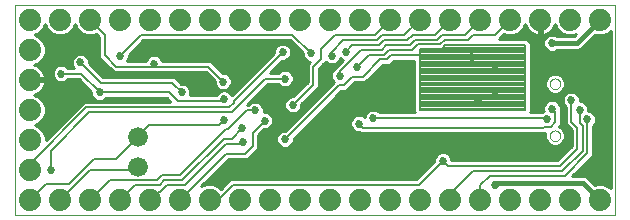
<source format=gbl>
G75*
G70*
%OFA0B0*%
%FSLAX24Y24*%
%IPPOS*%
%LPD*%
%AMOC8*
5,1,8,0,0,1.08239X$1,22.5*
%
%ADD10C,0.0000*%
%ADD11C,0.0660*%
%ADD12C,0.0740*%
%ADD13C,0.0080*%
%ADD14C,0.0270*%
%ADD15C,0.0100*%
%ADD16C,0.0160*%
D10*
X001050Y000150D02*
X001050Y007150D01*
X021050Y007150D01*
X021050Y000150D01*
X001050Y000150D01*
X018873Y002784D02*
X018875Y002810D01*
X018881Y002836D01*
X018891Y002861D01*
X018904Y002884D01*
X018920Y002904D01*
X018940Y002922D01*
X018962Y002937D01*
X018985Y002949D01*
X019011Y002957D01*
X019037Y002961D01*
X019063Y002961D01*
X019089Y002957D01*
X019115Y002949D01*
X019139Y002937D01*
X019160Y002922D01*
X019180Y002904D01*
X019196Y002884D01*
X019209Y002861D01*
X019219Y002836D01*
X019225Y002810D01*
X019227Y002784D01*
X019225Y002758D01*
X019219Y002732D01*
X019209Y002707D01*
X019196Y002684D01*
X019180Y002664D01*
X019160Y002646D01*
X019138Y002631D01*
X019115Y002619D01*
X019089Y002611D01*
X019063Y002607D01*
X019037Y002607D01*
X019011Y002611D01*
X018985Y002619D01*
X018961Y002631D01*
X018940Y002646D01*
X018920Y002664D01*
X018904Y002684D01*
X018891Y002707D01*
X018881Y002732D01*
X018875Y002758D01*
X018873Y002784D01*
X018873Y004516D02*
X018875Y004542D01*
X018881Y004568D01*
X018891Y004593D01*
X018904Y004616D01*
X018920Y004636D01*
X018940Y004654D01*
X018962Y004669D01*
X018985Y004681D01*
X019011Y004689D01*
X019037Y004693D01*
X019063Y004693D01*
X019089Y004689D01*
X019115Y004681D01*
X019139Y004669D01*
X019160Y004654D01*
X019180Y004636D01*
X019196Y004616D01*
X019209Y004593D01*
X019219Y004568D01*
X019225Y004542D01*
X019227Y004516D01*
X019225Y004490D01*
X019219Y004464D01*
X019209Y004439D01*
X019196Y004416D01*
X019180Y004396D01*
X019160Y004378D01*
X019138Y004363D01*
X019115Y004351D01*
X019089Y004343D01*
X019063Y004339D01*
X019037Y004339D01*
X019011Y004343D01*
X018985Y004351D01*
X018961Y004363D01*
X018940Y004378D01*
X018920Y004396D01*
X018904Y004416D01*
X018891Y004439D01*
X018881Y004464D01*
X018875Y004490D01*
X018873Y004516D01*
D11*
X005150Y002750D03*
X005150Y001750D03*
D12*
X005550Y000650D03*
X006550Y000650D03*
X007550Y000650D03*
X008550Y000650D03*
X009550Y000650D03*
X010550Y000650D03*
X011550Y000650D03*
X012550Y000650D03*
X013550Y000650D03*
X014550Y000650D03*
X015550Y000650D03*
X016550Y000650D03*
X017550Y000650D03*
X018550Y000650D03*
X019550Y000650D03*
X020550Y000650D03*
X004550Y000650D03*
X003550Y000650D03*
X002550Y000650D03*
X001550Y000650D03*
X001550Y001650D03*
X001550Y002650D03*
X001550Y003650D03*
X001550Y004650D03*
X001550Y005650D03*
X001550Y006650D03*
X002550Y006650D03*
X003550Y006650D03*
X004550Y006650D03*
X005550Y006650D03*
X006550Y006650D03*
X007550Y006650D03*
X008550Y006650D03*
X009550Y006650D03*
X010550Y006650D03*
X011550Y006650D03*
X012550Y006650D03*
X013550Y006650D03*
X014550Y006650D03*
X015550Y006650D03*
X016550Y006650D03*
X017550Y006650D03*
X018550Y006650D03*
X019550Y006650D03*
X020550Y006650D03*
D13*
X018050Y005810D02*
X018050Y003650D01*
X014550Y003650D01*
X014550Y005690D01*
X015268Y005690D01*
X015388Y005810D01*
X018050Y005810D01*
X018050Y005802D02*
X015380Y005802D01*
X015302Y005724D02*
X018050Y005724D01*
X018050Y005645D02*
X014550Y005645D01*
X014550Y005567D02*
X018050Y005567D01*
X018050Y005488D02*
X014550Y005488D01*
X014550Y005410D02*
X018050Y005410D01*
X018050Y005331D02*
X014550Y005331D01*
X014670Y005470D02*
X014690Y005490D01*
X014670Y005470D02*
X013590Y005470D01*
X013450Y005330D01*
X013230Y005330D01*
X012650Y004750D01*
X012290Y004750D01*
X012010Y004470D01*
X011850Y004470D01*
X010050Y002670D01*
X009370Y003290D02*
X008970Y002890D01*
X008970Y002430D01*
X008730Y002190D01*
X008090Y002190D01*
X006550Y000650D01*
X006130Y001150D02*
X005890Y000910D01*
X005810Y000910D01*
X005550Y000650D01*
X005050Y001150D02*
X004550Y000650D01*
X004210Y001310D02*
X003550Y000650D01*
X002550Y000650D02*
X003550Y001650D01*
X005050Y001650D01*
X005150Y001750D01*
X005790Y001310D02*
X005950Y001470D01*
X006550Y001470D01*
X008090Y003010D01*
X008150Y003010D01*
X008770Y003630D01*
X009050Y003630D01*
X008270Y003570D02*
X009390Y004690D01*
X010050Y004690D01*
X010310Y003810D02*
X010990Y004490D01*
X010990Y005090D01*
X011250Y005350D01*
X011250Y005690D01*
X011710Y006150D01*
X013050Y006150D01*
X013550Y006650D01*
X014030Y006130D02*
X014550Y006650D01*
X015050Y006150D02*
X015550Y006650D01*
X016050Y006150D02*
X016550Y006650D01*
X017050Y006150D02*
X017550Y006650D01*
X017050Y006150D02*
X016310Y006150D01*
X016150Y005990D01*
X015370Y005990D01*
X015210Y005830D01*
X014470Y005830D01*
X014290Y005650D01*
X013510Y005650D01*
X013350Y005490D01*
X012850Y005490D01*
X012450Y005090D01*
X012590Y005650D02*
X011870Y004930D01*
X011870Y004790D01*
X011610Y005450D02*
X011610Y005590D01*
X011990Y005970D01*
X013110Y005970D01*
X013270Y006130D01*
X014030Y006130D01*
X014130Y005970D02*
X014310Y006150D01*
X015050Y006150D01*
X015130Y005990D02*
X015290Y006150D01*
X016050Y006150D01*
X015130Y005990D02*
X014390Y005990D01*
X014210Y005810D01*
X013430Y005810D01*
X013270Y005650D01*
X012590Y005650D01*
X012290Y005810D02*
X013190Y005810D01*
X013350Y005970D01*
X014130Y005970D01*
X012290Y005810D02*
X012070Y005590D01*
X010930Y005530D02*
X010910Y005530D01*
X010290Y006150D01*
X005250Y006150D01*
X004550Y005450D01*
X004430Y005090D02*
X004050Y005470D01*
X004050Y006150D01*
X003550Y006650D01*
X003230Y005230D02*
X003910Y004550D01*
X006290Y004550D01*
X006610Y004230D01*
X006470Y003950D02*
X006190Y004230D01*
X003870Y004230D01*
X003250Y004850D01*
X002590Y004850D01*
X004430Y005090D02*
X005696Y005090D01*
X005696Y005184D01*
X005690Y005190D01*
X005696Y005090D02*
X007490Y005090D01*
X007990Y004590D01*
X008010Y004010D02*
X007950Y003950D01*
X006470Y003950D01*
X008190Y003730D02*
X008350Y003890D01*
X008350Y003950D01*
X009970Y005570D01*
X009710Y004270D02*
X009710Y004170D01*
X008190Y003730D02*
X003430Y003730D01*
X001550Y001850D01*
X001550Y001650D01*
X002250Y001630D02*
X002250Y002290D01*
X003530Y003570D01*
X008270Y003570D01*
X008030Y003310D02*
X007850Y003130D01*
X005530Y003130D01*
X005150Y002750D01*
X004410Y002010D01*
X003670Y002010D01*
X002850Y001190D01*
X002090Y001190D01*
X001550Y000650D01*
X004210Y001310D02*
X005790Y001310D01*
X005870Y001150D02*
X006030Y001310D01*
X006630Y001310D01*
X008010Y002690D01*
X008270Y002690D01*
X008630Y003050D01*
X008650Y002590D02*
X008570Y002510D01*
X008090Y002510D01*
X006730Y001150D01*
X006130Y001150D01*
X005870Y001150D02*
X005050Y001150D01*
X007550Y000650D02*
X007810Y000650D01*
X008310Y001150D01*
X014510Y001150D01*
X015310Y001950D01*
X015490Y001770D01*
X019210Y001770D01*
X019790Y002350D01*
X019790Y003050D01*
X019590Y003250D01*
X019590Y003970D01*
X019870Y003650D02*
X019870Y003210D01*
X019970Y003110D01*
X019970Y002290D01*
X019290Y001610D01*
X016310Y001610D01*
X015550Y000850D01*
X015550Y000650D01*
X016550Y000650D02*
X016550Y001130D01*
X016870Y001450D01*
X019370Y001450D01*
X020130Y002210D01*
X020130Y003330D01*
X019050Y003230D02*
X018910Y003090D01*
X018690Y003090D01*
X018650Y003050D01*
X012650Y003050D01*
X012510Y003190D01*
X012990Y003370D02*
X018750Y003370D01*
X018790Y003330D01*
X019050Y003230D02*
X019050Y003590D01*
X018950Y003690D01*
X018050Y003683D02*
X014550Y003683D01*
X014550Y003761D02*
X018050Y003761D01*
X018050Y003840D02*
X014550Y003840D01*
X014550Y003918D02*
X018050Y003918D01*
X018050Y003997D02*
X014550Y003997D01*
X014550Y004075D02*
X018050Y004075D01*
X018050Y004154D02*
X014550Y004154D01*
X014550Y004232D02*
X018050Y004232D01*
X018050Y004311D02*
X014550Y004311D01*
X014550Y004389D02*
X018050Y004389D01*
X018050Y004468D02*
X014550Y004468D01*
X014550Y004546D02*
X018050Y004546D01*
X018050Y004625D02*
X014550Y004625D01*
X014550Y004703D02*
X018050Y004703D01*
X018050Y004782D02*
X014550Y004782D01*
X014550Y004860D02*
X018050Y004860D01*
X018050Y004939D02*
X014550Y004939D01*
X014550Y005017D02*
X018050Y005017D01*
X018050Y005096D02*
X014550Y005096D01*
X014550Y005174D02*
X018050Y005174D01*
X018050Y005253D02*
X014550Y005253D01*
X014670Y004670D02*
X014650Y004650D01*
D14*
X014130Y004010D03*
X012990Y003370D03*
X012510Y003190D03*
X010310Y003810D03*
X009710Y004270D03*
X010050Y004690D03*
X011870Y004790D03*
X012450Y005090D03*
X011610Y005450D03*
X012070Y005590D03*
X010930Y005530D03*
X009970Y005570D03*
X008050Y005350D03*
X007990Y004590D03*
X006610Y004230D03*
X008010Y004010D03*
X009050Y003630D03*
X009370Y003290D03*
X008630Y003050D03*
X008030Y003310D03*
X008650Y002590D03*
X009230Y002170D03*
X010050Y002670D03*
X012390Y004410D03*
X016270Y005410D03*
X017050Y005150D03*
X018950Y005870D03*
X017050Y004150D03*
X016470Y003950D03*
X018790Y003330D03*
X018950Y003690D03*
X019590Y003970D03*
X019870Y003650D03*
X020130Y003330D03*
X019050Y002090D03*
X017050Y001150D03*
X015310Y001950D03*
X005690Y005190D03*
X004550Y005450D03*
X003230Y005230D03*
X002590Y004850D03*
X003870Y004230D03*
X002250Y001630D03*
D15*
X002070Y002639D02*
X002070Y002753D01*
X001991Y002945D01*
X001845Y003091D01*
X001702Y003150D01*
X001845Y003209D01*
X001991Y003355D01*
X002070Y003547D01*
X002070Y003753D01*
X001991Y003945D01*
X001845Y004091D01*
X001698Y004151D01*
X001750Y004168D01*
X001823Y004205D01*
X001889Y004253D01*
X001947Y004311D01*
X001995Y004377D01*
X002032Y004450D01*
X002057Y004528D01*
X002069Y004600D01*
X001600Y004600D01*
X001600Y004700D01*
X002069Y004700D01*
X002057Y004772D01*
X002032Y004850D01*
X001995Y004923D01*
X001947Y004989D01*
X001889Y005047D01*
X001823Y005095D01*
X001750Y005132D01*
X001698Y005149D01*
X001845Y005209D01*
X001991Y005355D01*
X002070Y005547D01*
X002070Y005753D01*
X001991Y005945D01*
X001845Y006091D01*
X001702Y006150D01*
X001845Y006209D01*
X001991Y006355D01*
X002050Y006498D01*
X002109Y006355D01*
X002255Y006209D01*
X002447Y006130D01*
X002653Y006130D01*
X002845Y006209D01*
X002991Y006355D01*
X003050Y006498D01*
X003109Y006355D01*
X003255Y006209D01*
X003447Y006130D01*
X003653Y006130D01*
X003758Y006173D01*
X003860Y006071D01*
X003860Y005391D01*
X004240Y005011D01*
X004351Y004900D01*
X007411Y004900D01*
X007705Y004606D01*
X007705Y004533D01*
X007748Y004429D01*
X007829Y004348D01*
X007933Y004305D01*
X008047Y004305D01*
X008151Y004348D01*
X008232Y004429D01*
X008275Y004533D01*
X008275Y004647D01*
X008232Y004751D01*
X008151Y004832D01*
X008047Y004875D01*
X007974Y004875D01*
X007680Y005169D01*
X007569Y005280D01*
X005961Y005280D01*
X005932Y005351D01*
X005851Y005432D01*
X005747Y005475D01*
X005633Y005475D01*
X005529Y005432D01*
X005448Y005351D01*
X005419Y005280D01*
X004783Y005280D01*
X004792Y005289D01*
X004835Y005393D01*
X004835Y005466D01*
X005329Y005960D01*
X010211Y005960D01*
X010645Y005526D01*
X010645Y005473D01*
X010688Y005369D01*
X010769Y005288D01*
X010873Y005245D01*
X010876Y005245D01*
X010800Y005169D01*
X010800Y004569D01*
X010326Y004095D01*
X010253Y004095D01*
X010149Y004052D01*
X010068Y003971D01*
X010025Y003867D01*
X010025Y003753D01*
X010068Y003649D01*
X010149Y003568D01*
X010253Y003525D01*
X010367Y003525D01*
X010471Y003568D01*
X010552Y003649D01*
X010595Y003753D01*
X010595Y003826D01*
X011069Y004300D01*
X011180Y004411D01*
X011180Y005011D01*
X011329Y005160D01*
X011413Y005244D01*
X011449Y005208D01*
X011553Y005165D01*
X011667Y005165D01*
X011771Y005208D01*
X011852Y005289D01*
X011886Y005371D01*
X011909Y005348D01*
X011987Y005316D01*
X011680Y005009D01*
X011680Y005003D01*
X011628Y004951D01*
X011585Y004847D01*
X011585Y004733D01*
X011628Y004629D01*
X011684Y004573D01*
X011660Y004549D01*
X010066Y002955D01*
X009993Y002955D01*
X009889Y002912D01*
X009808Y002831D01*
X009765Y002727D01*
X009765Y002613D01*
X009808Y002509D01*
X009889Y002428D01*
X009993Y002385D01*
X010107Y002385D01*
X010211Y002428D01*
X010292Y002509D01*
X010335Y002613D01*
X010335Y002686D01*
X011929Y004280D01*
X012089Y004280D01*
X012369Y004560D01*
X012729Y004560D01*
X013309Y005140D01*
X013529Y005140D01*
X013669Y005280D01*
X014360Y005280D01*
X014360Y003571D01*
X014371Y003560D01*
X013203Y003560D01*
X013151Y003612D01*
X013047Y003655D01*
X012933Y003655D01*
X012829Y003612D01*
X012748Y003531D01*
X012705Y003427D01*
X012705Y003398D01*
X012671Y003432D01*
X012567Y003475D01*
X012453Y003475D01*
X012349Y003432D01*
X012268Y003351D01*
X012225Y003247D01*
X012225Y003133D01*
X012268Y003029D01*
X012349Y002948D01*
X012453Y002905D01*
X012526Y002905D01*
X012571Y002860D01*
X018727Y002860D01*
X018723Y002849D01*
X018723Y002719D01*
X018773Y002599D01*
X018865Y002507D01*
X018985Y002457D01*
X019115Y002457D01*
X019235Y002507D01*
X019327Y002599D01*
X019377Y002719D01*
X019377Y002849D01*
X019327Y002969D01*
X019235Y003061D01*
X019175Y003086D01*
X019240Y003151D01*
X019240Y003669D01*
X019235Y003674D01*
X019235Y003747D01*
X019192Y003851D01*
X019111Y003932D01*
X019007Y003975D01*
X018893Y003975D01*
X018789Y003932D01*
X018708Y003851D01*
X018665Y003747D01*
X018665Y003633D01*
X018681Y003594D01*
X018629Y003572D01*
X018617Y003560D01*
X018229Y003560D01*
X018240Y003571D01*
X018240Y005889D01*
X018129Y006000D01*
X017169Y006000D01*
X017342Y006173D01*
X017447Y006130D01*
X017653Y006130D01*
X017845Y006209D01*
X017991Y006355D01*
X018051Y006502D01*
X018068Y006450D01*
X018105Y006377D01*
X018153Y006311D01*
X018211Y006253D01*
X018277Y006205D01*
X018350Y006168D01*
X018428Y006143D01*
X018500Y006131D01*
X018500Y006600D01*
X018600Y006600D01*
X018600Y006131D01*
X018672Y006143D01*
X018750Y006168D01*
X018823Y006205D01*
X018889Y006253D01*
X018947Y006311D01*
X018995Y006377D01*
X019032Y006450D01*
X019049Y006502D01*
X019109Y006355D01*
X019255Y006209D01*
X019447Y006130D01*
X019653Y006130D01*
X019741Y006166D01*
X019675Y006100D01*
X019123Y006100D01*
X019111Y006112D01*
X019007Y006155D01*
X018893Y006155D01*
X018789Y006112D01*
X018708Y006031D01*
X018665Y005927D01*
X018665Y005813D01*
X018708Y005709D01*
X018789Y005628D01*
X018893Y005585D01*
X019007Y005585D01*
X019111Y005628D01*
X019123Y005640D01*
X019865Y005640D01*
X020382Y006157D01*
X020447Y006130D01*
X020653Y006130D01*
X020845Y006209D01*
X020900Y006265D01*
X020900Y001035D01*
X020845Y001091D01*
X020653Y001170D01*
X020447Y001170D01*
X020382Y001143D01*
X020085Y001440D01*
X019629Y001440D01*
X020209Y002020D01*
X020320Y002131D01*
X020320Y003117D01*
X020372Y003169D01*
X020415Y003273D01*
X020415Y003387D01*
X020372Y003491D01*
X020291Y003572D01*
X020187Y003615D01*
X020155Y003615D01*
X020155Y003707D01*
X020112Y003811D01*
X020031Y003892D01*
X019927Y003935D01*
X019875Y003935D01*
X019875Y004027D01*
X019832Y004131D01*
X019751Y004212D01*
X019647Y004255D01*
X019533Y004255D01*
X019429Y004212D01*
X019348Y004131D01*
X019305Y004027D01*
X019305Y003913D01*
X019348Y003809D01*
X019400Y003757D01*
X019400Y003171D01*
X019511Y003060D01*
X019600Y002971D01*
X019600Y002429D01*
X019131Y001960D01*
X015595Y001960D01*
X015595Y002007D01*
X015552Y002111D01*
X015471Y002192D01*
X015367Y002235D01*
X015253Y002235D01*
X015149Y002192D01*
X015068Y002111D01*
X015025Y002007D01*
X015025Y001934D01*
X014431Y001340D01*
X008231Y001340D01*
X007913Y001022D01*
X007845Y001091D01*
X007653Y001170D01*
X007447Y001170D01*
X007262Y001094D01*
X008169Y002000D01*
X008809Y002000D01*
X009160Y002351D01*
X009160Y002811D01*
X009354Y003005D01*
X009427Y003005D01*
X009531Y003048D01*
X009612Y003129D01*
X009655Y003233D01*
X009655Y003347D01*
X009612Y003451D01*
X009531Y003532D01*
X009427Y003575D01*
X009335Y003575D01*
X009335Y003687D01*
X009292Y003791D01*
X009211Y003872D01*
X009107Y003915D01*
X008993Y003915D01*
X008889Y003872D01*
X008837Y003820D01*
X008789Y003820D01*
X009469Y004500D01*
X009837Y004500D01*
X009889Y004448D01*
X009993Y004405D01*
X010107Y004405D01*
X010211Y004448D01*
X010292Y004529D01*
X010335Y004633D01*
X010335Y004747D01*
X010292Y004851D01*
X010211Y004932D01*
X010107Y004975D01*
X009993Y004975D01*
X009889Y004932D01*
X009837Y004880D01*
X009549Y004880D01*
X009954Y005285D01*
X010027Y005285D01*
X010131Y005328D01*
X010212Y005409D01*
X010255Y005513D01*
X010255Y005627D01*
X010212Y005731D01*
X010131Y005812D01*
X010027Y005855D01*
X009913Y005855D01*
X009809Y005812D01*
X009728Y005731D01*
X009685Y005627D01*
X009685Y005554D01*
X008267Y004135D01*
X008252Y004171D01*
X008171Y004252D01*
X008067Y004295D01*
X007953Y004295D01*
X007849Y004252D01*
X007768Y004171D01*
X007755Y004140D01*
X006881Y004140D01*
X006895Y004173D01*
X006895Y004287D01*
X007934Y004287D01*
X008086Y004287D02*
X008418Y004287D01*
X008320Y004189D02*
X008235Y004189D01*
X007785Y004189D02*
X006895Y004189D01*
X006895Y004287D02*
X006852Y004391D01*
X006771Y004472D01*
X006667Y004515D01*
X006594Y004515D01*
X006369Y004740D01*
X003989Y004740D01*
X003515Y005214D01*
X003515Y005287D01*
X003472Y005391D01*
X003391Y005472D01*
X003287Y005515D01*
X003173Y005515D01*
X003069Y005472D01*
X002988Y005391D01*
X002945Y005287D01*
X002945Y005173D01*
X002988Y005069D01*
X003017Y005040D01*
X002803Y005040D01*
X002751Y005092D01*
X002647Y005135D01*
X002533Y005135D01*
X002429Y005092D01*
X002348Y005011D01*
X002305Y004907D01*
X002305Y004793D01*
X002348Y004689D01*
X002429Y004608D01*
X002533Y004565D01*
X002647Y004565D01*
X002751Y004608D01*
X002803Y004660D01*
X003171Y004660D01*
X003585Y004246D01*
X003585Y004173D01*
X003628Y004069D01*
X003709Y003988D01*
X003813Y003945D01*
X003927Y003945D01*
X004031Y003988D01*
X004083Y004040D01*
X006111Y004040D01*
X006231Y003920D01*
X003351Y003920D01*
X003240Y003809D01*
X002070Y002639D01*
X002070Y002711D02*
X002142Y002711D01*
X002047Y002810D02*
X002241Y002810D01*
X002339Y002908D02*
X002006Y002908D01*
X001929Y003007D02*
X002438Y003007D01*
X002536Y003105D02*
X001810Y003105D01*
X001831Y003204D02*
X002635Y003204D01*
X002733Y003302D02*
X001937Y003302D01*
X002010Y003401D02*
X002832Y003401D01*
X002930Y003499D02*
X002050Y003499D01*
X002070Y003598D02*
X003029Y003598D01*
X003127Y003696D02*
X002070Y003696D01*
X002053Y003795D02*
X003226Y003795D01*
X003324Y003893D02*
X002012Y003893D01*
X001944Y003992D02*
X003705Y003992D01*
X003620Y004090D02*
X001845Y004090D01*
X001790Y004189D02*
X003585Y004189D01*
X003544Y004287D02*
X001922Y004287D01*
X001999Y004386D02*
X003446Y004386D01*
X003347Y004484D02*
X002043Y004484D01*
X002066Y004583D02*
X002491Y004583D01*
X002689Y004583D02*
X003249Y004583D01*
X003949Y004780D02*
X007532Y004780D01*
X007433Y004878D02*
X003851Y004878D01*
X003752Y004977D02*
X004275Y004977D01*
X004240Y005011D02*
X004240Y005011D01*
X004176Y005075D02*
X003654Y005075D01*
X003555Y005174D02*
X004078Y005174D01*
X003979Y005272D02*
X003515Y005272D01*
X003480Y005371D02*
X003881Y005371D01*
X003860Y005469D02*
X003394Y005469D01*
X003066Y005469D02*
X002038Y005469D01*
X001997Y005371D02*
X002980Y005371D01*
X002945Y005272D02*
X001907Y005272D01*
X001758Y005174D02*
X002945Y005174D01*
X002986Y005075D02*
X002768Y005075D01*
X002412Y005075D02*
X001850Y005075D01*
X001956Y004977D02*
X002334Y004977D01*
X002305Y004878D02*
X002017Y004878D01*
X002055Y004780D02*
X002311Y004780D01*
X002356Y004681D02*
X001600Y004681D01*
X002070Y005568D02*
X003860Y005568D01*
X003860Y005666D02*
X002070Y005666D01*
X002065Y005765D02*
X003860Y005765D01*
X003860Y005863D02*
X002025Y005863D01*
X001974Y005962D02*
X003860Y005962D01*
X003860Y006060D02*
X001875Y006060D01*
X001722Y006159D02*
X002378Y006159D01*
X002208Y006257D02*
X001892Y006257D01*
X001991Y006356D02*
X002109Y006356D01*
X002068Y006454D02*
X002032Y006454D01*
X002722Y006159D02*
X003378Y006159D01*
X003208Y006257D02*
X002892Y006257D01*
X002991Y006356D02*
X003109Y006356D01*
X003068Y006454D02*
X003032Y006454D01*
X003722Y006159D02*
X003773Y006159D01*
X005035Y005666D02*
X009701Y005666D01*
X009685Y005568D02*
X004936Y005568D01*
X004838Y005469D02*
X005619Y005469D01*
X005761Y005469D02*
X009600Y005469D01*
X009502Y005371D02*
X005913Y005371D01*
X005467Y005371D02*
X004826Y005371D01*
X005133Y005765D02*
X009761Y005765D01*
X010179Y005765D02*
X010407Y005765D01*
X010505Y005666D02*
X010239Y005666D01*
X010255Y005568D02*
X010604Y005568D01*
X010647Y005469D02*
X010237Y005469D01*
X010174Y005371D02*
X010688Y005371D01*
X010808Y005272D02*
X009941Y005272D01*
X009842Y005174D02*
X010805Y005174D01*
X010800Y005075D02*
X009744Y005075D01*
X009645Y004977D02*
X010800Y004977D01*
X010800Y004878D02*
X010265Y004878D01*
X010321Y004780D02*
X010800Y004780D01*
X010800Y004681D02*
X010335Y004681D01*
X010314Y004583D02*
X010800Y004583D01*
X010715Y004484D02*
X010247Y004484D01*
X010617Y004386D02*
X009354Y004386D01*
X009453Y004484D02*
X009853Y004484D01*
X009256Y004287D02*
X010518Y004287D01*
X010420Y004189D02*
X009157Y004189D01*
X009059Y004090D02*
X010241Y004090D01*
X010088Y003992D02*
X008960Y003992D01*
X008940Y003893D02*
X008862Y003893D01*
X009160Y003893D02*
X010036Y003893D01*
X010025Y003795D02*
X009289Y003795D01*
X009331Y003696D02*
X010049Y003696D01*
X010119Y003598D02*
X009335Y003598D01*
X009564Y003499D02*
X010610Y003499D01*
X010512Y003401D02*
X009633Y003401D01*
X009655Y003302D02*
X010413Y003302D01*
X010315Y003204D02*
X009643Y003204D01*
X009588Y003105D02*
X010216Y003105D01*
X010118Y003007D02*
X009430Y003007D01*
X009257Y002908D02*
X009885Y002908D01*
X009799Y002810D02*
X009160Y002810D01*
X009160Y002711D02*
X009765Y002711D01*
X009765Y002613D02*
X009160Y002613D01*
X009160Y002514D02*
X009806Y002514D01*
X009920Y002416D02*
X009160Y002416D01*
X009126Y002317D02*
X019488Y002317D01*
X019390Y002219D02*
X015407Y002219D01*
X015543Y002120D02*
X019291Y002120D01*
X019193Y002022D02*
X015589Y002022D01*
X015077Y002120D02*
X008929Y002120D01*
X009027Y002219D02*
X015213Y002219D01*
X015031Y002022D02*
X008830Y002022D01*
X008092Y001923D02*
X015014Y001923D01*
X014916Y001825D02*
X007993Y001825D01*
X007895Y001726D02*
X014817Y001726D01*
X014719Y001628D02*
X007796Y001628D01*
X007698Y001529D02*
X014620Y001529D01*
X014522Y001431D02*
X007599Y001431D01*
X007501Y001332D02*
X008223Y001332D01*
X008125Y001234D02*
X007402Y001234D01*
X007362Y001135D02*
X007304Y001135D01*
X007738Y001135D02*
X008026Y001135D01*
X007928Y001037D02*
X007899Y001037D01*
X010180Y002416D02*
X019587Y002416D01*
X019600Y002514D02*
X019243Y002514D01*
X019333Y002613D02*
X019600Y002613D01*
X019600Y002711D02*
X019374Y002711D01*
X019377Y002810D02*
X019600Y002810D01*
X019600Y002908D02*
X019353Y002908D01*
X019290Y003007D02*
X019565Y003007D01*
X019466Y003105D02*
X019194Y003105D01*
X019240Y003204D02*
X019400Y003204D01*
X019400Y003302D02*
X019240Y003302D01*
X019240Y003401D02*
X019400Y003401D01*
X019400Y003499D02*
X019240Y003499D01*
X019240Y003598D02*
X019400Y003598D01*
X019400Y003696D02*
X019235Y003696D01*
X019215Y003795D02*
X019362Y003795D01*
X019313Y003893D02*
X019150Y003893D01*
X019305Y003992D02*
X018240Y003992D01*
X018240Y003893D02*
X018750Y003893D01*
X018685Y003795D02*
X018240Y003795D01*
X018240Y003696D02*
X018665Y003696D01*
X018680Y003598D02*
X018240Y003598D01*
X018240Y004090D02*
X019331Y004090D01*
X019405Y004189D02*
X018240Y004189D01*
X018240Y004287D02*
X018816Y004287D01*
X018773Y004331D02*
X018865Y004239D01*
X018985Y004189D01*
X019115Y004189D01*
X019235Y004239D01*
X019327Y004331D01*
X019377Y004451D01*
X019377Y004581D01*
X019327Y004701D01*
X019235Y004793D01*
X019115Y004843D01*
X018985Y004843D01*
X018865Y004793D01*
X018773Y004701D01*
X018723Y004581D01*
X018723Y004451D01*
X018773Y004331D01*
X018750Y004386D02*
X018240Y004386D01*
X018240Y004484D02*
X018723Y004484D01*
X018723Y004583D02*
X018240Y004583D01*
X018240Y004681D02*
X018764Y004681D01*
X018851Y004780D02*
X018240Y004780D01*
X018240Y004878D02*
X020900Y004878D01*
X020900Y004780D02*
X019249Y004780D01*
X019336Y004681D02*
X020900Y004681D01*
X020900Y004583D02*
X019377Y004583D01*
X019377Y004484D02*
X020900Y004484D01*
X020900Y004386D02*
X019350Y004386D01*
X019284Y004287D02*
X020900Y004287D01*
X020900Y004189D02*
X019775Y004189D01*
X019849Y004090D02*
X020900Y004090D01*
X020900Y003992D02*
X019875Y003992D01*
X020028Y003893D02*
X020900Y003893D01*
X020900Y003795D02*
X020119Y003795D01*
X020155Y003696D02*
X020900Y003696D01*
X020900Y003598D02*
X020229Y003598D01*
X020364Y003499D02*
X020900Y003499D01*
X020900Y003401D02*
X020409Y003401D01*
X020415Y003302D02*
X020900Y003302D01*
X020900Y003204D02*
X020386Y003204D01*
X020320Y003105D02*
X020900Y003105D01*
X020900Y003007D02*
X020320Y003007D01*
X020320Y002908D02*
X020900Y002908D01*
X020900Y002810D02*
X020320Y002810D01*
X020320Y002711D02*
X020900Y002711D01*
X020900Y002613D02*
X020320Y002613D01*
X020320Y002514D02*
X020900Y002514D01*
X020900Y002416D02*
X020320Y002416D01*
X020320Y002317D02*
X020900Y002317D01*
X020900Y002219D02*
X020320Y002219D01*
X020309Y002120D02*
X020900Y002120D01*
X020900Y002022D02*
X020210Y002022D01*
X020112Y001923D02*
X020900Y001923D01*
X020900Y001825D02*
X020013Y001825D01*
X019915Y001726D02*
X020900Y001726D01*
X020900Y001628D02*
X019816Y001628D01*
X019718Y001529D02*
X020900Y001529D01*
X020900Y001431D02*
X020095Y001431D01*
X020193Y001332D02*
X020900Y001332D01*
X020900Y001234D02*
X020292Y001234D01*
X020738Y001135D02*
X020900Y001135D01*
X020899Y001037D02*
X020900Y001037D01*
X018857Y002514D02*
X010294Y002514D01*
X010335Y002613D02*
X018767Y002613D01*
X018726Y002711D02*
X010360Y002711D01*
X010458Y002810D02*
X018723Y002810D01*
X014360Y003598D02*
X013166Y003598D01*
X012814Y003598D02*
X011246Y003598D01*
X011345Y003696D02*
X014360Y003696D01*
X014360Y003795D02*
X011443Y003795D01*
X011542Y003893D02*
X014360Y003893D01*
X014360Y003992D02*
X011640Y003992D01*
X011739Y004090D02*
X014360Y004090D01*
X014360Y004189D02*
X011837Y004189D01*
X012096Y004287D02*
X014360Y004287D01*
X014360Y004386D02*
X012194Y004386D01*
X012293Y004484D02*
X014360Y004484D01*
X014360Y004583D02*
X012751Y004583D01*
X012850Y004681D02*
X014360Y004681D01*
X014360Y004780D02*
X012948Y004780D01*
X013047Y004878D02*
X014360Y004878D01*
X014360Y004977D02*
X013145Y004977D01*
X013244Y005075D02*
X014360Y005075D01*
X014360Y005174D02*
X013562Y005174D01*
X013661Y005272D02*
X014360Y005272D01*
X011943Y005272D02*
X011835Y005272D01*
X011886Y005371D02*
X011886Y005371D01*
X011845Y005174D02*
X011687Y005174D01*
X011746Y005075D02*
X011244Y005075D01*
X011180Y004977D02*
X011653Y004977D01*
X011598Y004878D02*
X011180Y004878D01*
X011180Y004780D02*
X011585Y004780D01*
X011607Y004681D02*
X011180Y004681D01*
X011180Y004583D02*
X011674Y004583D01*
X011595Y004484D02*
X011180Y004484D01*
X011154Y004386D02*
X011497Y004386D01*
X011398Y004287D02*
X011056Y004287D01*
X010957Y004189D02*
X011300Y004189D01*
X011201Y004090D02*
X010859Y004090D01*
X010760Y003992D02*
X011103Y003992D01*
X011004Y003893D02*
X010662Y003893D01*
X010595Y003795D02*
X010906Y003795D01*
X010807Y003696D02*
X010571Y003696D01*
X010501Y003598D02*
X010709Y003598D01*
X011148Y003499D02*
X012735Y003499D01*
X012705Y003401D02*
X012703Y003401D01*
X012317Y003401D02*
X011049Y003401D01*
X010951Y003302D02*
X012248Y003302D01*
X012225Y003204D02*
X010852Y003204D01*
X010754Y003105D02*
X012237Y003105D01*
X012290Y003007D02*
X010655Y003007D01*
X010557Y002908D02*
X012446Y002908D01*
X008517Y004386D02*
X008189Y004386D01*
X008255Y004484D02*
X008615Y004484D01*
X008714Y004583D02*
X008275Y004583D01*
X008261Y004681D02*
X008812Y004681D01*
X008911Y004780D02*
X008204Y004780D01*
X007971Y004878D02*
X009009Y004878D01*
X009108Y004977D02*
X007872Y004977D01*
X007774Y005075D02*
X009206Y005075D01*
X009305Y005174D02*
X007675Y005174D01*
X007577Y005272D02*
X009403Y005272D01*
X010308Y005863D02*
X005232Y005863D01*
X006428Y004681D02*
X007630Y004681D01*
X007705Y004583D02*
X006526Y004583D01*
X006742Y004484D02*
X007725Y004484D01*
X007791Y004386D02*
X006854Y004386D01*
X006160Y003992D02*
X004035Y003992D01*
X011342Y005174D02*
X011533Y005174D01*
X017229Y006060D02*
X018737Y006060D01*
X018720Y006159D02*
X019378Y006159D01*
X019208Y006257D02*
X018892Y006257D01*
X018979Y006356D02*
X019109Y006356D01*
X019068Y006454D02*
X019033Y006454D01*
X018600Y006454D02*
X018500Y006454D01*
X018500Y006356D02*
X018600Y006356D01*
X018600Y006257D02*
X018500Y006257D01*
X018500Y006159D02*
X018600Y006159D01*
X018380Y006159D02*
X017722Y006159D01*
X017892Y006257D02*
X018208Y006257D01*
X018121Y006356D02*
X017991Y006356D01*
X018032Y006454D02*
X018067Y006454D01*
X018500Y006553D02*
X018600Y006553D01*
X019722Y006159D02*
X019733Y006159D01*
X020285Y006060D02*
X020900Y006060D01*
X020900Y006159D02*
X020722Y006159D01*
X020892Y006257D02*
X020900Y006257D01*
X020900Y005962D02*
X020187Y005962D01*
X020088Y005863D02*
X020900Y005863D01*
X020900Y005765D02*
X019990Y005765D01*
X019891Y005666D02*
X020900Y005666D01*
X020900Y005568D02*
X018240Y005568D01*
X018240Y005666D02*
X018751Y005666D01*
X018685Y005765D02*
X018240Y005765D01*
X018240Y005863D02*
X018665Y005863D01*
X018679Y005962D02*
X018167Y005962D01*
X017378Y006159D02*
X017327Y006159D01*
X018240Y005469D02*
X020900Y005469D01*
X020900Y005371D02*
X018240Y005371D01*
X018240Y005272D02*
X020900Y005272D01*
X020900Y005174D02*
X018240Y005174D01*
X018240Y005075D02*
X020900Y005075D01*
X020900Y004977D02*
X018240Y004977D01*
D16*
X018950Y005870D02*
X019770Y005870D01*
X020550Y006650D01*
X019990Y001210D02*
X017130Y001210D01*
X017070Y001150D01*
X017050Y001150D01*
X019990Y001210D02*
X020550Y000650D01*
M02*

</source>
